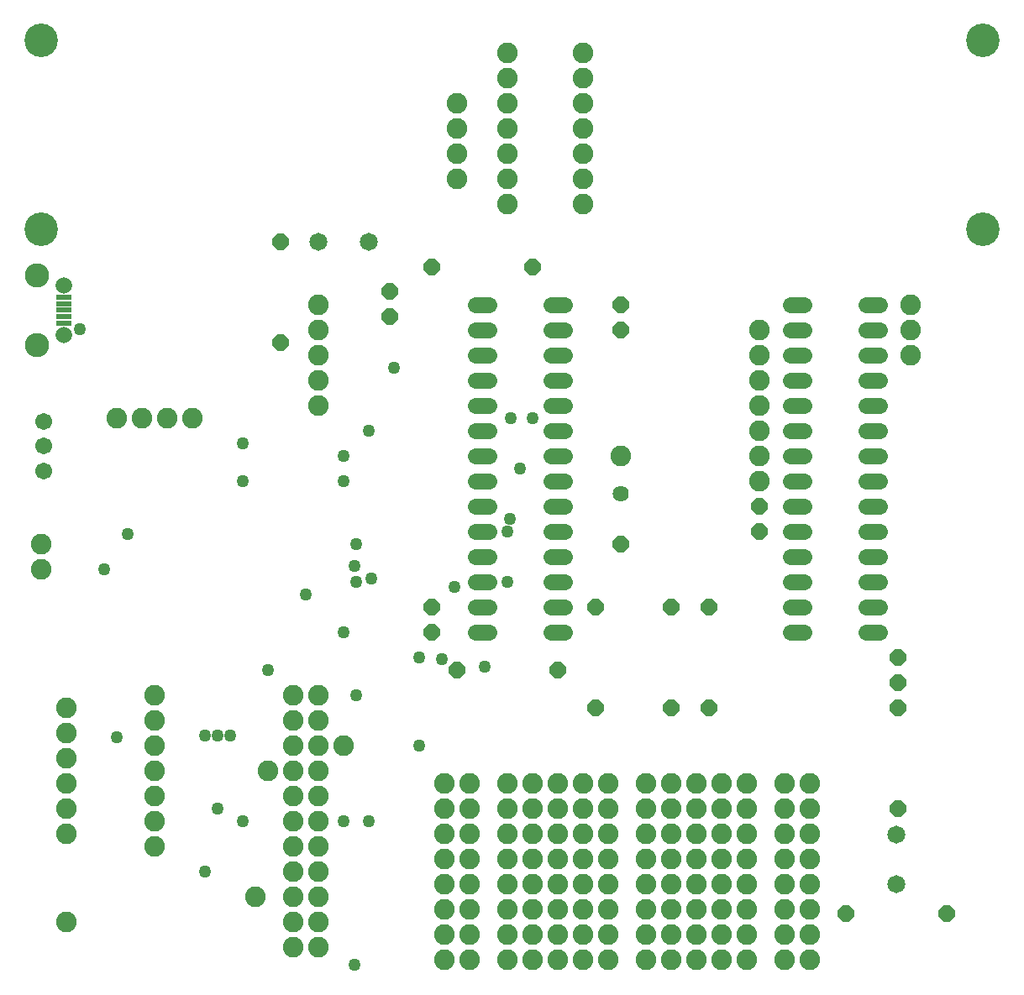
<source format=gts>
G04 EAGLE Gerber RS-274X export*
G75*
%MOMM*%
%FSLAX34Y34*%
%LPD*%
%INTop Soldermask*%
%IPPOS*%
%AMOC8*
5,1,8,0,0,1.08239X$1,22.5*%
G01*
%ADD10C,3.378200*%
%ADD11C,1.625600*%
%ADD12R,1.553200X0.603200*%
%ADD13C,1.662800*%
%ADD14C,2.453200*%
%ADD15C,2.082800*%
%ADD16C,1.712800*%
%ADD17P,1.759533X8X112.500000*%
%ADD18P,1.759533X8X202.500000*%
%ADD19C,1.812800*%
%ADD20P,1.759533X8X292.500000*%
%ADD21C,1.625600*%
%ADD22C,1.261200*%


D10*
X25400Y965200D03*
X25400Y774700D03*
X974598Y965200D03*
X974598Y774700D03*
D11*
X477012Y698500D02*
X462788Y698500D01*
X462788Y673100D02*
X477012Y673100D01*
X477012Y647700D02*
X462788Y647700D01*
X462788Y622300D02*
X477012Y622300D01*
X477012Y596900D02*
X462788Y596900D01*
X462788Y571500D02*
X477012Y571500D01*
X477012Y546100D02*
X462788Y546100D01*
X462788Y520700D02*
X477012Y520700D01*
X477012Y495300D02*
X462788Y495300D01*
X462788Y469900D02*
X477012Y469900D01*
X477012Y444500D02*
X462788Y444500D01*
X462788Y419100D02*
X477012Y419100D01*
X477012Y393700D02*
X462788Y393700D01*
X462788Y368300D02*
X477012Y368300D01*
X538988Y368300D02*
X553212Y368300D01*
X553212Y393700D02*
X538988Y393700D01*
X538988Y419100D02*
X553212Y419100D01*
X553212Y444500D02*
X538988Y444500D01*
X538988Y469900D02*
X553212Y469900D01*
X553212Y495300D02*
X538988Y495300D01*
X538988Y520700D02*
X553212Y520700D01*
X553212Y546100D02*
X538988Y546100D01*
X538988Y571500D02*
X553212Y571500D01*
X553212Y596900D02*
X538988Y596900D01*
X538988Y622300D02*
X553212Y622300D01*
X553212Y647700D02*
X538988Y647700D01*
X538988Y673100D02*
X553212Y673100D01*
X553212Y698500D02*
X538988Y698500D01*
D12*
X48590Y693420D03*
X48590Y686920D03*
X48590Y680420D03*
X48590Y706420D03*
X48590Y699920D03*
D13*
X48590Y718420D03*
X48590Y668420D03*
D14*
X21590Y728420D03*
X21590Y658420D03*
D15*
X25400Y457200D03*
X25400Y431800D03*
D16*
X27940Y581260D03*
X27940Y556260D03*
X27940Y531260D03*
D15*
X177800Y584200D03*
X152400Y584200D03*
X127000Y584200D03*
X101600Y584200D03*
D17*
X377190Y687070D03*
X377190Y712470D03*
D18*
X520700Y736600D03*
X419100Y736600D03*
D19*
X305200Y762000D03*
X355200Y762000D03*
D15*
X304800Y698500D03*
X304800Y673100D03*
X304800Y647700D03*
X304800Y622300D03*
X304800Y596900D03*
D20*
X266700Y762000D03*
X266700Y660400D03*
X609600Y698500D03*
X609600Y673100D03*
D17*
X419100Y368300D03*
X419100Y393700D03*
D21*
X609600Y508000D03*
D20*
X609600Y457200D03*
D15*
X50800Y165100D03*
X50800Y190500D03*
X50800Y215900D03*
X50800Y241300D03*
X50800Y266700D03*
X50800Y292100D03*
X139700Y304800D03*
X139700Y279400D03*
X139700Y254000D03*
X139700Y228600D03*
X139700Y203200D03*
X139700Y177800D03*
X139700Y152400D03*
D11*
X780288Y698500D02*
X794512Y698500D01*
X794512Y673100D02*
X780288Y673100D01*
X780288Y647700D02*
X794512Y647700D01*
X794512Y622300D02*
X780288Y622300D01*
X780288Y596900D02*
X794512Y596900D01*
X794512Y571500D02*
X780288Y571500D01*
X780288Y546100D02*
X794512Y546100D01*
X794512Y520700D02*
X780288Y520700D01*
X780288Y495300D02*
X794512Y495300D01*
X794512Y469900D02*
X780288Y469900D01*
X780288Y444500D02*
X794512Y444500D01*
X794512Y419100D02*
X780288Y419100D01*
X780288Y393700D02*
X794512Y393700D01*
X794512Y368300D02*
X780288Y368300D01*
X856488Y368300D02*
X870712Y368300D01*
X870712Y393700D02*
X856488Y393700D01*
X856488Y419100D02*
X870712Y419100D01*
X870712Y444500D02*
X856488Y444500D01*
X856488Y469900D02*
X870712Y469900D01*
X870712Y495300D02*
X856488Y495300D01*
X856488Y520700D02*
X870712Y520700D01*
X870712Y546100D02*
X856488Y546100D01*
X856488Y571500D02*
X870712Y571500D01*
X870712Y596900D02*
X856488Y596900D01*
X856488Y622300D02*
X870712Y622300D01*
X870712Y647700D02*
X856488Y647700D01*
X856488Y673100D02*
X870712Y673100D01*
X870712Y698500D02*
X856488Y698500D01*
D20*
X749300Y495300D03*
X749300Y469900D03*
D17*
X660400Y292100D03*
X660400Y393700D03*
D20*
X698500Y393700D03*
X698500Y292100D03*
X889000Y342900D03*
X889000Y317500D03*
D17*
X889000Y190500D03*
X889000Y292100D03*
D19*
X887730Y114700D03*
X887730Y164700D03*
D18*
X938530Y85090D03*
X836930Y85090D03*
D15*
X495300Y952500D03*
X495300Y927100D03*
X495300Y901700D03*
X495300Y876300D03*
X495300Y850900D03*
X495300Y825500D03*
X495300Y800100D03*
X571500Y800100D03*
X571500Y825500D03*
X571500Y850900D03*
X571500Y876300D03*
X571500Y901700D03*
X571500Y927100D03*
X571500Y952500D03*
X444500Y876300D03*
X444500Y901700D03*
X444500Y825500D03*
X444500Y850900D03*
X304800Y50800D03*
X304800Y76200D03*
X304800Y101600D03*
X304800Y127000D03*
X304800Y152400D03*
X304800Y177800D03*
X304800Y203200D03*
X304800Y228600D03*
X304800Y254000D03*
X304800Y279400D03*
X304800Y304800D03*
X279400Y304800D03*
X279400Y279400D03*
X279400Y254000D03*
X279400Y228600D03*
X279400Y203200D03*
X279400Y177800D03*
X279400Y152400D03*
X279400Y127000D03*
X279400Y101600D03*
X279400Y76200D03*
X279400Y50800D03*
D18*
X546100Y330200D03*
X444500Y330200D03*
D20*
X584200Y393700D03*
X584200Y292100D03*
D15*
X330200Y254000D03*
X241300Y101600D03*
X254000Y228600D03*
X749300Y673100D03*
X749300Y647700D03*
X749300Y622300D03*
X749300Y596900D03*
X749300Y571500D03*
X749300Y546100D03*
X749300Y520700D03*
X901700Y698500D03*
X901700Y673100D03*
X901700Y647700D03*
X495300Y38100D03*
X495300Y63500D03*
X495300Y88900D03*
X495300Y114300D03*
X495300Y139700D03*
X495300Y165100D03*
X495300Y190500D03*
X495300Y215900D03*
X520700Y38100D03*
X520700Y63500D03*
X520700Y88900D03*
X520700Y114300D03*
X520700Y139700D03*
X520700Y165100D03*
X520700Y190500D03*
X520700Y215900D03*
X546100Y38100D03*
X546100Y63500D03*
X546100Y88900D03*
X546100Y114300D03*
X546100Y139700D03*
X546100Y165100D03*
X546100Y190500D03*
X546100Y215900D03*
X571500Y38100D03*
X571500Y63500D03*
X571500Y88900D03*
X571500Y114300D03*
X571500Y139700D03*
X571500Y165100D03*
X571500Y190500D03*
X571500Y215900D03*
X596900Y38100D03*
X596900Y63500D03*
X596900Y88900D03*
X596900Y114300D03*
X596900Y139700D03*
X596900Y165100D03*
X596900Y190500D03*
X596900Y215900D03*
X635000Y38100D03*
X635000Y63500D03*
X635000Y88900D03*
X635000Y114300D03*
X635000Y139700D03*
X635000Y165100D03*
X635000Y190500D03*
X635000Y215900D03*
X660400Y38100D03*
X660400Y63500D03*
X660400Y88900D03*
X660400Y114300D03*
X660400Y139700D03*
X660400Y165100D03*
X660400Y190500D03*
X660400Y215900D03*
X685800Y38100D03*
X685800Y63500D03*
X685800Y88900D03*
X685800Y114300D03*
X685800Y139700D03*
X685800Y165100D03*
X685800Y190500D03*
X685800Y215900D03*
X711200Y38100D03*
X711200Y63500D03*
X711200Y88900D03*
X711200Y114300D03*
X711200Y139700D03*
X711200Y165100D03*
X711200Y190500D03*
X711200Y215900D03*
X736600Y38100D03*
X736600Y63500D03*
X736600Y88900D03*
X736600Y114300D03*
X736600Y139700D03*
X736600Y165100D03*
X736600Y190500D03*
X736600Y215900D03*
X800100Y215900D03*
X800100Y190500D03*
X800100Y165100D03*
X800100Y139700D03*
X800100Y114300D03*
X800100Y88900D03*
X800100Y63500D03*
X800100Y38100D03*
X774700Y215900D03*
X774700Y190500D03*
X774700Y165100D03*
X774700Y139700D03*
X774700Y114300D03*
X774700Y88900D03*
X774700Y63500D03*
X774700Y38100D03*
X457200Y215900D03*
X457200Y190500D03*
X457200Y165100D03*
X457200Y139700D03*
X457200Y114300D03*
X457200Y88900D03*
X457200Y63500D03*
X457200Y38100D03*
X431800Y38100D03*
X431800Y63500D03*
X431800Y88900D03*
X431800Y114300D03*
X431800Y139700D03*
X431800Y165100D03*
X431800Y190500D03*
X431800Y215900D03*
X50800Y76200D03*
X609600Y546100D03*
D22*
X64770Y674370D03*
X495300Y469900D03*
X495300Y419100D03*
X330200Y546100D03*
X113030Y467360D03*
X101600Y262890D03*
X330200Y520700D03*
X88900Y431800D03*
X228600Y520700D03*
X228600Y558800D03*
X499110Y584200D03*
X520700Y584200D03*
X341630Y33020D03*
X358140Y422910D03*
X406400Y254000D03*
X472440Y334010D03*
X508000Y533400D03*
X330200Y177800D03*
X355600Y177800D03*
X190500Y127000D03*
X190500Y264160D03*
X228600Y177800D03*
X215900Y264160D03*
X341630Y435610D03*
X381000Y635000D03*
X355600Y571500D03*
X203200Y190500D03*
X203200Y264160D03*
X292100Y406400D03*
X342900Y457200D03*
X254000Y330200D03*
X330200Y368300D03*
X441960Y414020D03*
X342900Y304800D03*
X406400Y342900D03*
X429260Y341630D03*
X342900Y419100D03*
X497840Y482600D03*
M02*

</source>
